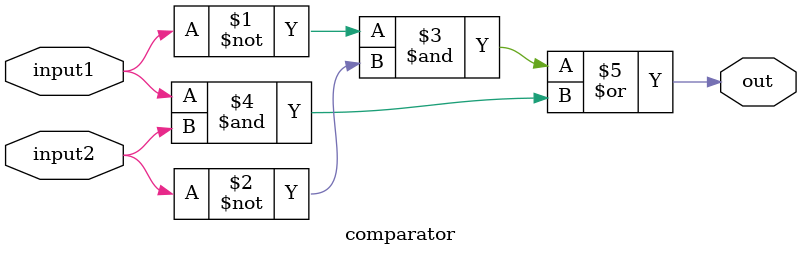
<source format=v>
module comparator(
  input input1,
  input input2,
  output out
  );

  assign out = (~input1 & ~input2) | (input1 & input2);
endmodule

</source>
